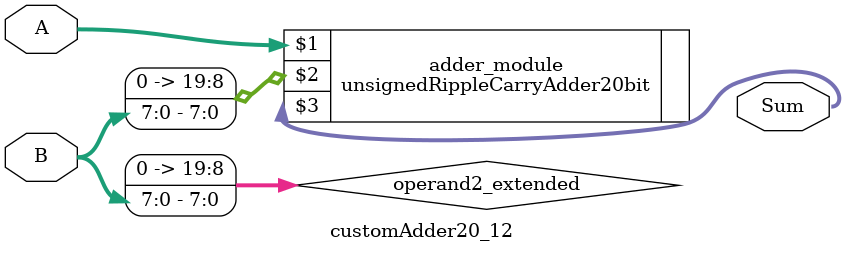
<source format=v>

module customAdder20_12(
                    input [19 : 0] A,
                    input [7 : 0] B,
                    
                    output [20 : 0] Sum
            );

    wire [19 : 0] operand2_extended;
    
    assign operand2_extended =  {12'b0, B};
    
    unsignedRippleCarryAdder20bit adder_module(
        A,
        operand2_extended,
        Sum
    );
    
endmodule
        
</source>
